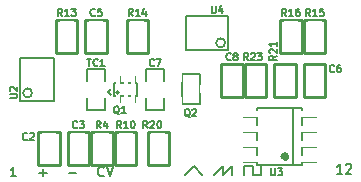
<source format=gto>
%FSLAX46Y46*%
G04 Gerber Fmt 4.6, Leading zero omitted, Abs format (unit mm)*
G04 Created by KiCad (PCBNEW (2014-09-02 BZR 5112)-product) date 2014-10-14 1:14:18 PM*
%MOMM*%
G01*
G04 APERTURE LIST*
%ADD10C,0.150000*%
%ADD11C,0.203200*%
%ADD12C,0.200000*%
%ADD13C,0.066040*%
%ADD14C,0.152400*%
%ADD15C,0.127000*%
%ADD16C,0.406400*%
%ADD17C,0.254000*%
%ADD18R,0.299720X1.300480*%
%ADD19R,1.300480X0.299720*%
%ADD20R,0.398780X0.797560*%
%ADD21R,1.000760X0.701040*%
%ADD22R,2.199640X0.599440*%
%ADD23R,1.397000X1.143000*%
%ADD24R,1.143000X0.812800*%
%ADD25R,1.350000X2.500000*%
G04 APERTURE END LIST*
D10*
D11*
X147190362Y-96058057D02*
X147809638Y-96058057D01*
X150153238Y-96290286D02*
X150114533Y-96328990D01*
X149998419Y-96367695D01*
X149921009Y-96367695D01*
X149804895Y-96328990D01*
X149727486Y-96251581D01*
X149688781Y-96174171D01*
X149650076Y-96019352D01*
X149650076Y-95903238D01*
X149688781Y-95748419D01*
X149727486Y-95671010D01*
X149804895Y-95593600D01*
X149921009Y-95554895D01*
X149998419Y-95554895D01*
X150114533Y-95593600D01*
X150153238Y-95632305D01*
X150385467Y-95554895D02*
X150656400Y-96367695D01*
X150927333Y-95554895D01*
D12*
X163500000Y-96250000D02*
X163500000Y-95500000D01*
X162750000Y-96250000D02*
X163500000Y-96250000D01*
X162750000Y-95500000D02*
X162750000Y-96250000D01*
X162000000Y-95500000D02*
X162750000Y-95500000D01*
X162000000Y-96250000D02*
X162000000Y-95500000D01*
X161000000Y-95500000D02*
X161000000Y-96250000D01*
X160250000Y-96250000D02*
X161000000Y-95500000D01*
X160250000Y-95500000D02*
X160250000Y-96250000D01*
X159500000Y-96250000D02*
X160250000Y-95500000D01*
X157750000Y-95500000D02*
X158500000Y-96250000D01*
X157000000Y-96250000D02*
X157750000Y-95500000D01*
D11*
X170345181Y-96117695D02*
X169880724Y-96117695D01*
X170112953Y-96117695D02*
X170112953Y-95304895D01*
X170035543Y-95421010D01*
X169958134Y-95498419D01*
X169880724Y-95537124D01*
X170654819Y-95382305D02*
X170693524Y-95343600D01*
X170770933Y-95304895D01*
X170964457Y-95304895D01*
X171041867Y-95343600D01*
X171080571Y-95382305D01*
X171119276Y-95459714D01*
X171119276Y-95537124D01*
X171080571Y-95653238D01*
X170616114Y-96117695D01*
X171119276Y-96117695D01*
X144690362Y-96058057D02*
X145309638Y-96058057D01*
X145000000Y-96367695D02*
X145000000Y-95748419D01*
X142732229Y-96367695D02*
X142267772Y-96367695D01*
X142500001Y-96367695D02*
X142500001Y-95554895D01*
X142422591Y-95671010D01*
X142345182Y-95748419D01*
X142267772Y-95787124D01*
D12*
X150500000Y-89250000D02*
X150750000Y-89500000D01*
X150750000Y-89000000D02*
X150500000Y-89250000D01*
X143070000Y-86350000D02*
X145930000Y-86350000D01*
X145930000Y-86350000D02*
X145930000Y-89950000D01*
X145930000Y-89950000D02*
X143070000Y-89950000D01*
X143062000Y-89928000D02*
X143062000Y-86372000D01*
X144078000Y-89293000D02*
G75*
G03X144078000Y-89293000I-381000J0D01*
G74*
G01*
X157100000Y-85680000D02*
X157100000Y-82820000D01*
X157100000Y-82820000D02*
X160700000Y-82820000D01*
X160700000Y-82820000D02*
X160700000Y-85680000D01*
X160678000Y-85688000D02*
X157122000Y-85688000D01*
X160424000Y-85053000D02*
G75*
G03X160424000Y-85053000I-381000J0D01*
G74*
G01*
D13*
X151202440Y-90099820D02*
X151502160Y-90099820D01*
X151502160Y-90099820D02*
X151502160Y-89599440D01*
X151202440Y-89599440D02*
X151502160Y-89599440D01*
X151202440Y-90099820D02*
X151202440Y-89599440D01*
X151850140Y-90099820D02*
X152149860Y-90099820D01*
X152149860Y-90099820D02*
X152149860Y-89599440D01*
X151850140Y-89599440D02*
X152149860Y-89599440D01*
X151850140Y-90099820D02*
X151850140Y-89599440D01*
X152497840Y-90099820D02*
X152797560Y-90099820D01*
X152797560Y-90099820D02*
X152797560Y-89599440D01*
X152497840Y-89599440D02*
X152797560Y-89599440D01*
X152497840Y-90099820D02*
X152497840Y-89599440D01*
X152497840Y-88400560D02*
X152797560Y-88400560D01*
X152797560Y-88400560D02*
X152797560Y-87900180D01*
X152497840Y-87900180D02*
X152797560Y-87900180D01*
X152497840Y-88400560D02*
X152497840Y-87900180D01*
X151850140Y-88400560D02*
X152149860Y-88400560D01*
X152149860Y-88400560D02*
X152149860Y-87900180D01*
X151850140Y-87900180D02*
X152149860Y-87900180D01*
X151850140Y-88400560D02*
X151850140Y-87900180D01*
X151202440Y-88400560D02*
X151502160Y-88400560D01*
X151502160Y-88400560D02*
X151502160Y-87900180D01*
X151202440Y-87900180D02*
X151502160Y-87900180D01*
X151202440Y-88400560D02*
X151202440Y-87900180D01*
D11*
X151001780Y-88451360D02*
X152998220Y-88451360D01*
X152998220Y-88451360D02*
X152998220Y-89548640D01*
X152998220Y-89548640D02*
X151001780Y-89548640D01*
X151001780Y-89548640D02*
X151001780Y-88451360D01*
D14*
X151405671Y-89248920D02*
G75*
G03X151405671Y-89248920I-104171J0D01*
G74*
G01*
D15*
X156738000Y-90270000D02*
X156738000Y-87666500D01*
X156738000Y-87666500D02*
X158262000Y-87666500D01*
X158262000Y-87666500D02*
X158262000Y-90270000D01*
X158262000Y-90270000D02*
X156738000Y-90270000D01*
D16*
X165660605Y-94708000D02*
G75*
G03X165660605Y-94708000I-179605J0D01*
G74*
G01*
D13*
X168098800Y-95148840D02*
X168098800Y-94658620D01*
X168098800Y-94658620D02*
X166998980Y-94658620D01*
X166998980Y-95148840D02*
X166998980Y-94658620D01*
X168098800Y-95148840D02*
X166998980Y-95148840D01*
X168098800Y-93878840D02*
X168098800Y-93388620D01*
X168098800Y-93388620D02*
X166998980Y-93388620D01*
X166998980Y-93878840D02*
X166998980Y-93388620D01*
X168098800Y-93878840D02*
X166998980Y-93878840D01*
X168098800Y-92611380D02*
X168098800Y-92121160D01*
X168098800Y-92121160D02*
X166998980Y-92121160D01*
X166998980Y-92611380D02*
X166998980Y-92121160D01*
X168098800Y-92611380D02*
X166998980Y-92611380D01*
X168098800Y-91341380D02*
X168098800Y-90851160D01*
X168098800Y-90851160D02*
X166998980Y-90851160D01*
X166998980Y-91341380D02*
X166998980Y-90851160D01*
X168098800Y-91341380D02*
X166998980Y-91341380D01*
X163001020Y-91341380D02*
X163001020Y-90851160D01*
X163001020Y-90851160D02*
X161901200Y-90851160D01*
X161901200Y-91341380D02*
X161901200Y-90851160D01*
X163001020Y-91341380D02*
X161901200Y-91341380D01*
X163001020Y-92611380D02*
X163001020Y-92121160D01*
X163001020Y-92121160D02*
X161901200Y-92121160D01*
X161901200Y-92611380D02*
X161901200Y-92121160D01*
X163001020Y-92611380D02*
X161901200Y-92611380D01*
X163001020Y-93878840D02*
X163001020Y-93388620D01*
X163001020Y-93388620D02*
X161901200Y-93388620D01*
X161901200Y-93878840D02*
X161901200Y-93388620D01*
X163001020Y-93878840D02*
X161901200Y-93878840D01*
X163001020Y-95148840D02*
X163001020Y-94658620D01*
X163001020Y-94658620D02*
X161901200Y-94658620D01*
X161901200Y-95148840D02*
X161901200Y-94658620D01*
X163001020Y-95148840D02*
X161901200Y-95148840D01*
D11*
X163100080Y-90602240D02*
X166399540Y-90602240D01*
X166399540Y-90602240D02*
X166899920Y-90602240D01*
X166899920Y-90602240D02*
X166899920Y-95397760D01*
X166899920Y-95397760D02*
X166399540Y-95397760D01*
X166399540Y-95397760D02*
X163100080Y-95397760D01*
X163100080Y-95397760D02*
X163100080Y-90602240D01*
X166145540Y-90602240D02*
X166145540Y-95397760D01*
D15*
X153738000Y-88288800D02*
X153738000Y-87272800D01*
X153738000Y-87272800D02*
X155262000Y-87272800D01*
X155262000Y-87272800D02*
X155262000Y-88288800D01*
X155262000Y-89711200D02*
X155262000Y-90727200D01*
X155262000Y-90727200D02*
X153738000Y-90727200D01*
X153738000Y-90727200D02*
X153738000Y-89711200D01*
X148738000Y-88288800D02*
X148738000Y-87272800D01*
X148738000Y-87272800D02*
X150262000Y-87272800D01*
X150262000Y-87272800D02*
X150262000Y-88288800D01*
X150262000Y-89711200D02*
X150262000Y-90727200D01*
X150262000Y-90727200D02*
X148738000Y-90727200D01*
X148738000Y-90727200D02*
X148738000Y-89711200D01*
D17*
X150900000Y-95400000D02*
X150900000Y-92600000D01*
X150900000Y-92600000D02*
X149100000Y-92600000D01*
X149100000Y-92600000D02*
X149100000Y-95400000D01*
X149100000Y-95400000D02*
X150900000Y-95400000D01*
X150400000Y-85900000D02*
X150400000Y-83100000D01*
X150400000Y-83100000D02*
X148600000Y-83100000D01*
X148600000Y-83100000D02*
X148600000Y-85900000D01*
X148600000Y-85900000D02*
X150400000Y-85900000D01*
X152100000Y-83100000D02*
X152100000Y-85900000D01*
X152100000Y-85900000D02*
X153900000Y-85900000D01*
X153900000Y-85900000D02*
X153900000Y-83100000D01*
X153900000Y-83100000D02*
X152100000Y-83100000D01*
X147900000Y-85900000D02*
X147900000Y-83100000D01*
X147900000Y-83100000D02*
X146100000Y-83100000D01*
X146100000Y-83100000D02*
X146100000Y-85900000D01*
X146100000Y-85900000D02*
X147900000Y-85900000D01*
X151100000Y-92600000D02*
X151100000Y-95400000D01*
X151100000Y-95400000D02*
X152900000Y-95400000D01*
X152900000Y-95400000D02*
X152900000Y-92600000D01*
X152900000Y-92600000D02*
X151100000Y-92600000D01*
X147100000Y-92600000D02*
X147100000Y-95400000D01*
X147100000Y-95400000D02*
X148900000Y-95400000D01*
X148900000Y-95400000D02*
X148900000Y-92600000D01*
X148900000Y-92600000D02*
X147100000Y-92600000D01*
X153850000Y-92600000D02*
X153850000Y-95400000D01*
X153850000Y-95400000D02*
X155650000Y-95400000D01*
X155650000Y-95400000D02*
X155650000Y-92600000D01*
X155650000Y-92600000D02*
X153850000Y-92600000D01*
X144600000Y-92600000D02*
X144600000Y-95400000D01*
X144600000Y-95400000D02*
X146400000Y-95400000D01*
X146400000Y-95400000D02*
X146400000Y-92600000D01*
X146400000Y-92600000D02*
X144600000Y-92600000D01*
X160100000Y-86850000D02*
X160100000Y-89650000D01*
X160100000Y-89650000D02*
X161900000Y-89650000D01*
X161900000Y-89650000D02*
X161900000Y-86850000D01*
X161900000Y-86850000D02*
X160100000Y-86850000D01*
X168900000Y-89650000D02*
X168900000Y-86850000D01*
X168900000Y-86850000D02*
X167100000Y-86850000D01*
X167100000Y-86850000D02*
X167100000Y-89650000D01*
X167100000Y-89650000D02*
X168900000Y-89650000D01*
X165100000Y-83100000D02*
X165100000Y-85900000D01*
X165100000Y-85900000D02*
X166900000Y-85900000D01*
X166900000Y-85900000D02*
X166900000Y-83100000D01*
X166900000Y-83100000D02*
X165100000Y-83100000D01*
X168900000Y-85900000D02*
X168900000Y-83100000D01*
X168900000Y-83100000D02*
X167100000Y-83100000D01*
X167100000Y-83100000D02*
X167100000Y-85900000D01*
X167100000Y-85900000D02*
X168900000Y-85900000D01*
X162100000Y-86850000D02*
X162100000Y-89650000D01*
X162100000Y-89650000D02*
X163900000Y-89650000D01*
X163900000Y-89650000D02*
X163900000Y-86850000D01*
X163900000Y-86850000D02*
X162100000Y-86850000D01*
X164600000Y-86850000D02*
X164600000Y-89650000D01*
X164600000Y-89650000D02*
X166400000Y-89650000D01*
X166400000Y-89650000D02*
X166400000Y-86850000D01*
X166400000Y-86850000D02*
X164600000Y-86850000D01*
D14*
X142166171Y-89714457D02*
X142659657Y-89714457D01*
X142717714Y-89685429D01*
X142746743Y-89656400D01*
X142775771Y-89598343D01*
X142775771Y-89482229D01*
X142746743Y-89424171D01*
X142717714Y-89395143D01*
X142659657Y-89366114D01*
X142166171Y-89366114D01*
X142224229Y-89104857D02*
X142195200Y-89075828D01*
X142166171Y-89017771D01*
X142166171Y-88872628D01*
X142195200Y-88814571D01*
X142224229Y-88785542D01*
X142282286Y-88756514D01*
X142340343Y-88756514D01*
X142427429Y-88785542D01*
X142775771Y-89133885D01*
X142775771Y-88756514D01*
X159285543Y-81916171D02*
X159285543Y-82409657D01*
X159314571Y-82467714D01*
X159343600Y-82496743D01*
X159401657Y-82525771D01*
X159517771Y-82525771D01*
X159575829Y-82496743D01*
X159604857Y-82467714D01*
X159633886Y-82409657D01*
X159633886Y-81916171D01*
X160185429Y-82119371D02*
X160185429Y-82525771D01*
X160040286Y-81887143D02*
X159895143Y-82322571D01*
X160272515Y-82322571D01*
X151441943Y-91083829D02*
X151383886Y-91054800D01*
X151325829Y-90996743D01*
X151238743Y-90909657D01*
X151180686Y-90880629D01*
X151122629Y-90880629D01*
X151151657Y-91025771D02*
X151093600Y-90996743D01*
X151035543Y-90938686D01*
X151006514Y-90822571D01*
X151006514Y-90619371D01*
X151035543Y-90503257D01*
X151093600Y-90445200D01*
X151151657Y-90416171D01*
X151267771Y-90416171D01*
X151325829Y-90445200D01*
X151383886Y-90503257D01*
X151412914Y-90619371D01*
X151412914Y-90822571D01*
X151383886Y-90938686D01*
X151325829Y-90996743D01*
X151267771Y-91025771D01*
X151151657Y-91025771D01*
X151993486Y-91025771D02*
X151645143Y-91025771D01*
X151819315Y-91025771D02*
X151819315Y-90416171D01*
X151761258Y-90503257D01*
X151703200Y-90561314D01*
X151645143Y-90590343D01*
X157441943Y-91333829D02*
X157383886Y-91304800D01*
X157325829Y-91246743D01*
X157238743Y-91159657D01*
X157180686Y-91130629D01*
X157122629Y-91130629D01*
X157151657Y-91275771D02*
X157093600Y-91246743D01*
X157035543Y-91188686D01*
X157006514Y-91072571D01*
X157006514Y-90869371D01*
X157035543Y-90753257D01*
X157093600Y-90695200D01*
X157151657Y-90666171D01*
X157267771Y-90666171D01*
X157325829Y-90695200D01*
X157383886Y-90753257D01*
X157412914Y-90869371D01*
X157412914Y-91072571D01*
X157383886Y-91188686D01*
X157325829Y-91246743D01*
X157267771Y-91275771D01*
X157151657Y-91275771D01*
X157645143Y-90724229D02*
X157674172Y-90695200D01*
X157732229Y-90666171D01*
X157877372Y-90666171D01*
X157935429Y-90695200D01*
X157964458Y-90724229D01*
X157993486Y-90782286D01*
X157993486Y-90840343D01*
X157964458Y-90927429D01*
X157616115Y-91275771D01*
X157993486Y-91275771D01*
X164285543Y-95666171D02*
X164285543Y-96159657D01*
X164314571Y-96217714D01*
X164343600Y-96246743D01*
X164401657Y-96275771D01*
X164517771Y-96275771D01*
X164575829Y-96246743D01*
X164604857Y-96217714D01*
X164633886Y-96159657D01*
X164633886Y-95666171D01*
X164866115Y-95666171D02*
X165243486Y-95666171D01*
X165040286Y-95898400D01*
X165127372Y-95898400D01*
X165185429Y-95927429D01*
X165214458Y-95956457D01*
X165243486Y-96014514D01*
X165243486Y-96159657D01*
X165214458Y-96217714D01*
X165185429Y-96246743D01*
X165127372Y-96275771D01*
X164953200Y-96275771D01*
X164895143Y-96246743D01*
X164866115Y-96217714D01*
X154398401Y-86967714D02*
X154369372Y-86996743D01*
X154282286Y-87025771D01*
X154224229Y-87025771D01*
X154137144Y-86996743D01*
X154079086Y-86938686D01*
X154050058Y-86880629D01*
X154021029Y-86764514D01*
X154021029Y-86677429D01*
X154050058Y-86561314D01*
X154079086Y-86503257D01*
X154137144Y-86445200D01*
X154224229Y-86416171D01*
X154282286Y-86416171D01*
X154369372Y-86445200D01*
X154398401Y-86474229D01*
X154601601Y-86416171D02*
X155008001Y-86416171D01*
X154746744Y-87025771D01*
X148730743Y-86416171D02*
X149079086Y-86416171D01*
X148904915Y-87025771D02*
X148904915Y-86416171D01*
X149630629Y-86967714D02*
X149601600Y-86996743D01*
X149514514Y-87025771D01*
X149456457Y-87025771D01*
X149369372Y-86996743D01*
X149311314Y-86938686D01*
X149282286Y-86880629D01*
X149253257Y-86764514D01*
X149253257Y-86677429D01*
X149282286Y-86561314D01*
X149311314Y-86503257D01*
X149369372Y-86445200D01*
X149456457Y-86416171D01*
X149514514Y-86416171D01*
X149601600Y-86445200D01*
X149630629Y-86474229D01*
X150211200Y-87025771D02*
X149862857Y-87025771D01*
X150037029Y-87025771D02*
X150037029Y-86416171D01*
X149978972Y-86503257D01*
X149920914Y-86561314D01*
X149862857Y-86590343D01*
X149898401Y-92275771D02*
X149695201Y-91985486D01*
X149550058Y-92275771D02*
X149550058Y-91666171D01*
X149782286Y-91666171D01*
X149840344Y-91695200D01*
X149869372Y-91724229D01*
X149898401Y-91782286D01*
X149898401Y-91869371D01*
X149869372Y-91927429D01*
X149840344Y-91956457D01*
X149782286Y-91985486D01*
X149550058Y-91985486D01*
X150420915Y-91869371D02*
X150420915Y-92275771D01*
X150275772Y-91637143D02*
X150130629Y-92072571D01*
X150508001Y-92072571D01*
X149398401Y-82717714D02*
X149369372Y-82746743D01*
X149282286Y-82775771D01*
X149224229Y-82775771D01*
X149137144Y-82746743D01*
X149079086Y-82688686D01*
X149050058Y-82630629D01*
X149021029Y-82514514D01*
X149021029Y-82427429D01*
X149050058Y-82311314D01*
X149079086Y-82253257D01*
X149137144Y-82195200D01*
X149224229Y-82166171D01*
X149282286Y-82166171D01*
X149369372Y-82195200D01*
X149398401Y-82224229D01*
X149949944Y-82166171D02*
X149659658Y-82166171D01*
X149630629Y-82456457D01*
X149659658Y-82427429D01*
X149717715Y-82398400D01*
X149862858Y-82398400D01*
X149920915Y-82427429D01*
X149949944Y-82456457D01*
X149978972Y-82514514D01*
X149978972Y-82659657D01*
X149949944Y-82717714D01*
X149920915Y-82746743D01*
X149862858Y-82775771D01*
X149717715Y-82775771D01*
X149659658Y-82746743D01*
X149630629Y-82717714D01*
X152608115Y-82775771D02*
X152404915Y-82485486D01*
X152259772Y-82775771D02*
X152259772Y-82166171D01*
X152492000Y-82166171D01*
X152550058Y-82195200D01*
X152579086Y-82224229D01*
X152608115Y-82282286D01*
X152608115Y-82369371D01*
X152579086Y-82427429D01*
X152550058Y-82456457D01*
X152492000Y-82485486D01*
X152259772Y-82485486D01*
X153188686Y-82775771D02*
X152840343Y-82775771D01*
X153014515Y-82775771D02*
X153014515Y-82166171D01*
X152956458Y-82253257D01*
X152898400Y-82311314D01*
X152840343Y-82340343D01*
X153711200Y-82369371D02*
X153711200Y-82775771D01*
X153566057Y-82137143D02*
X153420914Y-82572571D01*
X153798286Y-82572571D01*
X146608115Y-82775771D02*
X146404915Y-82485486D01*
X146259772Y-82775771D02*
X146259772Y-82166171D01*
X146492000Y-82166171D01*
X146550058Y-82195200D01*
X146579086Y-82224229D01*
X146608115Y-82282286D01*
X146608115Y-82369371D01*
X146579086Y-82427429D01*
X146550058Y-82456457D01*
X146492000Y-82485486D01*
X146259772Y-82485486D01*
X147188686Y-82775771D02*
X146840343Y-82775771D01*
X147014515Y-82775771D02*
X147014515Y-82166171D01*
X146956458Y-82253257D01*
X146898400Y-82311314D01*
X146840343Y-82340343D01*
X147391886Y-82166171D02*
X147769257Y-82166171D01*
X147566057Y-82398400D01*
X147653143Y-82398400D01*
X147711200Y-82427429D01*
X147740229Y-82456457D01*
X147769257Y-82514514D01*
X147769257Y-82659657D01*
X147740229Y-82717714D01*
X147711200Y-82746743D01*
X147653143Y-82775771D01*
X147478971Y-82775771D01*
X147420914Y-82746743D01*
X147391886Y-82717714D01*
X151608115Y-92275771D02*
X151404915Y-91985486D01*
X151259772Y-92275771D02*
X151259772Y-91666171D01*
X151492000Y-91666171D01*
X151550058Y-91695200D01*
X151579086Y-91724229D01*
X151608115Y-91782286D01*
X151608115Y-91869371D01*
X151579086Y-91927429D01*
X151550058Y-91956457D01*
X151492000Y-91985486D01*
X151259772Y-91985486D01*
X152188686Y-92275771D02*
X151840343Y-92275771D01*
X152014515Y-92275771D02*
X152014515Y-91666171D01*
X151956458Y-91753257D01*
X151898400Y-91811314D01*
X151840343Y-91840343D01*
X152566057Y-91666171D02*
X152624114Y-91666171D01*
X152682171Y-91695200D01*
X152711200Y-91724229D01*
X152740229Y-91782286D01*
X152769257Y-91898400D01*
X152769257Y-92043543D01*
X152740229Y-92159657D01*
X152711200Y-92217714D01*
X152682171Y-92246743D01*
X152624114Y-92275771D01*
X152566057Y-92275771D01*
X152508000Y-92246743D01*
X152478971Y-92217714D01*
X152449943Y-92159657D01*
X152420914Y-92043543D01*
X152420914Y-91898400D01*
X152449943Y-91782286D01*
X152478971Y-91724229D01*
X152508000Y-91695200D01*
X152566057Y-91666171D01*
X147898401Y-92217714D02*
X147869372Y-92246743D01*
X147782286Y-92275771D01*
X147724229Y-92275771D01*
X147637144Y-92246743D01*
X147579086Y-92188686D01*
X147550058Y-92130629D01*
X147521029Y-92014514D01*
X147521029Y-91927429D01*
X147550058Y-91811314D01*
X147579086Y-91753257D01*
X147637144Y-91695200D01*
X147724229Y-91666171D01*
X147782286Y-91666171D01*
X147869372Y-91695200D01*
X147898401Y-91724229D01*
X148101601Y-91666171D02*
X148478972Y-91666171D01*
X148275772Y-91898400D01*
X148362858Y-91898400D01*
X148420915Y-91927429D01*
X148449944Y-91956457D01*
X148478972Y-92014514D01*
X148478972Y-92159657D01*
X148449944Y-92217714D01*
X148420915Y-92246743D01*
X148362858Y-92275771D01*
X148188686Y-92275771D01*
X148130629Y-92246743D01*
X148101601Y-92217714D01*
X153858115Y-92275771D02*
X153654915Y-91985486D01*
X153509772Y-92275771D02*
X153509772Y-91666171D01*
X153742000Y-91666171D01*
X153800058Y-91695200D01*
X153829086Y-91724229D01*
X153858115Y-91782286D01*
X153858115Y-91869371D01*
X153829086Y-91927429D01*
X153800058Y-91956457D01*
X153742000Y-91985486D01*
X153509772Y-91985486D01*
X154090343Y-91724229D02*
X154119372Y-91695200D01*
X154177429Y-91666171D01*
X154322572Y-91666171D01*
X154380629Y-91695200D01*
X154409658Y-91724229D01*
X154438686Y-91782286D01*
X154438686Y-91840343D01*
X154409658Y-91927429D01*
X154061315Y-92275771D01*
X154438686Y-92275771D01*
X154816057Y-91666171D02*
X154874114Y-91666171D01*
X154932171Y-91695200D01*
X154961200Y-91724229D01*
X154990229Y-91782286D01*
X155019257Y-91898400D01*
X155019257Y-92043543D01*
X154990229Y-92159657D01*
X154961200Y-92217714D01*
X154932171Y-92246743D01*
X154874114Y-92275771D01*
X154816057Y-92275771D01*
X154758000Y-92246743D01*
X154728971Y-92217714D01*
X154699943Y-92159657D01*
X154670914Y-92043543D01*
X154670914Y-91898400D01*
X154699943Y-91782286D01*
X154728971Y-91724229D01*
X154758000Y-91695200D01*
X154816057Y-91666171D01*
X143648401Y-93217714D02*
X143619372Y-93246743D01*
X143532286Y-93275771D01*
X143474229Y-93275771D01*
X143387144Y-93246743D01*
X143329086Y-93188686D01*
X143300058Y-93130629D01*
X143271029Y-93014514D01*
X143271029Y-92927429D01*
X143300058Y-92811314D01*
X143329086Y-92753257D01*
X143387144Y-92695200D01*
X143474229Y-92666171D01*
X143532286Y-92666171D01*
X143619372Y-92695200D01*
X143648401Y-92724229D01*
X143880629Y-92724229D02*
X143909658Y-92695200D01*
X143967715Y-92666171D01*
X144112858Y-92666171D01*
X144170915Y-92695200D01*
X144199944Y-92724229D01*
X144228972Y-92782286D01*
X144228972Y-92840343D01*
X144199944Y-92927429D01*
X143851601Y-93275771D01*
X144228972Y-93275771D01*
X160898401Y-86467714D02*
X160869372Y-86496743D01*
X160782286Y-86525771D01*
X160724229Y-86525771D01*
X160637144Y-86496743D01*
X160579086Y-86438686D01*
X160550058Y-86380629D01*
X160521029Y-86264514D01*
X160521029Y-86177429D01*
X160550058Y-86061314D01*
X160579086Y-86003257D01*
X160637144Y-85945200D01*
X160724229Y-85916171D01*
X160782286Y-85916171D01*
X160869372Y-85945200D01*
X160898401Y-85974229D01*
X161246744Y-86177429D02*
X161188686Y-86148400D01*
X161159658Y-86119371D01*
X161130629Y-86061314D01*
X161130629Y-86032286D01*
X161159658Y-85974229D01*
X161188686Y-85945200D01*
X161246744Y-85916171D01*
X161362858Y-85916171D01*
X161420915Y-85945200D01*
X161449944Y-85974229D01*
X161478972Y-86032286D01*
X161478972Y-86061314D01*
X161449944Y-86119371D01*
X161420915Y-86148400D01*
X161362858Y-86177429D01*
X161246744Y-86177429D01*
X161188686Y-86206457D01*
X161159658Y-86235486D01*
X161130629Y-86293543D01*
X161130629Y-86409657D01*
X161159658Y-86467714D01*
X161188686Y-86496743D01*
X161246744Y-86525771D01*
X161362858Y-86525771D01*
X161420915Y-86496743D01*
X161449944Y-86467714D01*
X161478972Y-86409657D01*
X161478972Y-86293543D01*
X161449944Y-86235486D01*
X161420915Y-86206457D01*
X161362858Y-86177429D01*
X169648401Y-87467714D02*
X169619372Y-87496743D01*
X169532286Y-87525771D01*
X169474229Y-87525771D01*
X169387144Y-87496743D01*
X169329086Y-87438686D01*
X169300058Y-87380629D01*
X169271029Y-87264514D01*
X169271029Y-87177429D01*
X169300058Y-87061314D01*
X169329086Y-87003257D01*
X169387144Y-86945200D01*
X169474229Y-86916171D01*
X169532286Y-86916171D01*
X169619372Y-86945200D01*
X169648401Y-86974229D01*
X170170915Y-86916171D02*
X170054801Y-86916171D01*
X169996744Y-86945200D01*
X169967715Y-86974229D01*
X169909658Y-87061314D01*
X169880629Y-87177429D01*
X169880629Y-87409657D01*
X169909658Y-87467714D01*
X169938686Y-87496743D01*
X169996744Y-87525771D01*
X170112858Y-87525771D01*
X170170915Y-87496743D01*
X170199944Y-87467714D01*
X170228972Y-87409657D01*
X170228972Y-87264514D01*
X170199944Y-87206457D01*
X170170915Y-87177429D01*
X170112858Y-87148400D01*
X169996744Y-87148400D01*
X169938686Y-87177429D01*
X169909658Y-87206457D01*
X169880629Y-87264514D01*
X165608115Y-82775771D02*
X165404915Y-82485486D01*
X165259772Y-82775771D02*
X165259772Y-82166171D01*
X165492000Y-82166171D01*
X165550058Y-82195200D01*
X165579086Y-82224229D01*
X165608115Y-82282286D01*
X165608115Y-82369371D01*
X165579086Y-82427429D01*
X165550058Y-82456457D01*
X165492000Y-82485486D01*
X165259772Y-82485486D01*
X166188686Y-82775771D02*
X165840343Y-82775771D01*
X166014515Y-82775771D02*
X166014515Y-82166171D01*
X165956458Y-82253257D01*
X165898400Y-82311314D01*
X165840343Y-82340343D01*
X166711200Y-82166171D02*
X166595086Y-82166171D01*
X166537029Y-82195200D01*
X166508000Y-82224229D01*
X166449943Y-82311314D01*
X166420914Y-82427429D01*
X166420914Y-82659657D01*
X166449943Y-82717714D01*
X166478971Y-82746743D01*
X166537029Y-82775771D01*
X166653143Y-82775771D01*
X166711200Y-82746743D01*
X166740229Y-82717714D01*
X166769257Y-82659657D01*
X166769257Y-82514514D01*
X166740229Y-82456457D01*
X166711200Y-82427429D01*
X166653143Y-82398400D01*
X166537029Y-82398400D01*
X166478971Y-82427429D01*
X166449943Y-82456457D01*
X166420914Y-82514514D01*
X167608115Y-82775771D02*
X167404915Y-82485486D01*
X167259772Y-82775771D02*
X167259772Y-82166171D01*
X167492000Y-82166171D01*
X167550058Y-82195200D01*
X167579086Y-82224229D01*
X167608115Y-82282286D01*
X167608115Y-82369371D01*
X167579086Y-82427429D01*
X167550058Y-82456457D01*
X167492000Y-82485486D01*
X167259772Y-82485486D01*
X168188686Y-82775771D02*
X167840343Y-82775771D01*
X168014515Y-82775771D02*
X168014515Y-82166171D01*
X167956458Y-82253257D01*
X167898400Y-82311314D01*
X167840343Y-82340343D01*
X168740229Y-82166171D02*
X168449943Y-82166171D01*
X168420914Y-82456457D01*
X168449943Y-82427429D01*
X168508000Y-82398400D01*
X168653143Y-82398400D01*
X168711200Y-82427429D01*
X168740229Y-82456457D01*
X168769257Y-82514514D01*
X168769257Y-82659657D01*
X168740229Y-82717714D01*
X168711200Y-82746743D01*
X168653143Y-82775771D01*
X168508000Y-82775771D01*
X168449943Y-82746743D01*
X168420914Y-82717714D01*
X162358115Y-86525771D02*
X162154915Y-86235486D01*
X162009772Y-86525771D02*
X162009772Y-85916171D01*
X162242000Y-85916171D01*
X162300058Y-85945200D01*
X162329086Y-85974229D01*
X162358115Y-86032286D01*
X162358115Y-86119371D01*
X162329086Y-86177429D01*
X162300058Y-86206457D01*
X162242000Y-86235486D01*
X162009772Y-86235486D01*
X162590343Y-85974229D02*
X162619372Y-85945200D01*
X162677429Y-85916171D01*
X162822572Y-85916171D01*
X162880629Y-85945200D01*
X162909658Y-85974229D01*
X162938686Y-86032286D01*
X162938686Y-86090343D01*
X162909658Y-86177429D01*
X162561315Y-86525771D01*
X162938686Y-86525771D01*
X163141886Y-85916171D02*
X163519257Y-85916171D01*
X163316057Y-86148400D01*
X163403143Y-86148400D01*
X163461200Y-86177429D01*
X163490229Y-86206457D01*
X163519257Y-86264514D01*
X163519257Y-86409657D01*
X163490229Y-86467714D01*
X163461200Y-86496743D01*
X163403143Y-86525771D01*
X163228971Y-86525771D01*
X163170914Y-86496743D01*
X163141886Y-86467714D01*
X164775771Y-86141885D02*
X164485486Y-86345085D01*
X164775771Y-86490228D02*
X164166171Y-86490228D01*
X164166171Y-86258000D01*
X164195200Y-86199942D01*
X164224229Y-86170914D01*
X164282286Y-86141885D01*
X164369371Y-86141885D01*
X164427429Y-86170914D01*
X164456457Y-86199942D01*
X164485486Y-86258000D01*
X164485486Y-86490228D01*
X164224229Y-85909657D02*
X164195200Y-85880628D01*
X164166171Y-85822571D01*
X164166171Y-85677428D01*
X164195200Y-85619371D01*
X164224229Y-85590342D01*
X164282286Y-85561314D01*
X164340343Y-85561314D01*
X164427429Y-85590342D01*
X164775771Y-85938685D01*
X164775771Y-85561314D01*
X164775771Y-84980743D02*
X164775771Y-85329086D01*
X164775771Y-85154914D02*
X164166171Y-85154914D01*
X164253257Y-85212971D01*
X164311314Y-85271029D01*
X164340343Y-85329086D01*
%LPC*%
D18*
X143544600Y-90944000D03*
X144179600Y-90944000D03*
X144840000Y-90944000D03*
X145475000Y-90944000D03*
X145475000Y-85356000D03*
X144827300Y-85356000D03*
X144179600Y-85356000D03*
X143531900Y-85356000D03*
D19*
X161694000Y-85205400D03*
X161694000Y-84570400D03*
X161694000Y-83910000D03*
X161694000Y-83275000D03*
X156106000Y-83275000D03*
X156106000Y-83922700D03*
X156106000Y-84570400D03*
X156106000Y-85218100D03*
D20*
X151352300Y-89797560D03*
X152000000Y-89797560D03*
X152647700Y-89797560D03*
X152647700Y-88202440D03*
X152000000Y-88202440D03*
X151352300Y-88202440D03*
D21*
X158770000Y-89000000D03*
X156230000Y-89952500D03*
X156230000Y-88047500D03*
D22*
X167598420Y-94905000D03*
X167598420Y-93635000D03*
X167598420Y-92365000D03*
X167598420Y-91095000D03*
X162401580Y-91095000D03*
X162401580Y-92365000D03*
X162401580Y-93635000D03*
X162401580Y-94905000D03*
D23*
X154500000Y-87920500D03*
X154500000Y-90079500D03*
X149500000Y-87920500D03*
X149500000Y-90079500D03*
D24*
X150000000Y-94850900D03*
X150000000Y-93149100D03*
X149500000Y-85350900D03*
X149500000Y-83649100D03*
X153000000Y-83649100D03*
X153000000Y-85350900D03*
X147000000Y-85350900D03*
X147000000Y-83649100D03*
X152000000Y-93149100D03*
X152000000Y-94850900D03*
X148000000Y-93149100D03*
X148000000Y-94850900D03*
X154750000Y-93149100D03*
X154750000Y-94850900D03*
X145500000Y-93149100D03*
X145500000Y-94850900D03*
X161000000Y-87399100D03*
X161000000Y-89100900D03*
X168000000Y-89100900D03*
X168000000Y-87399100D03*
X166000000Y-83649100D03*
X166000000Y-85350900D03*
X168000000Y-85350900D03*
X168000000Y-83649100D03*
X163000000Y-87399100D03*
X163000000Y-89100900D03*
X165500000Y-87399100D03*
X165500000Y-89100900D03*
D25*
X142530000Y-98000000D03*
X145070000Y-98000000D03*
X147610000Y-98000000D03*
X150150000Y-98000000D03*
X152690000Y-98000000D03*
X155230000Y-98000000D03*
X157770000Y-98000000D03*
X160310000Y-98000000D03*
X162850000Y-98000000D03*
X165390000Y-98000000D03*
X167930000Y-98000000D03*
X170470000Y-98000000D03*
M02*

</source>
